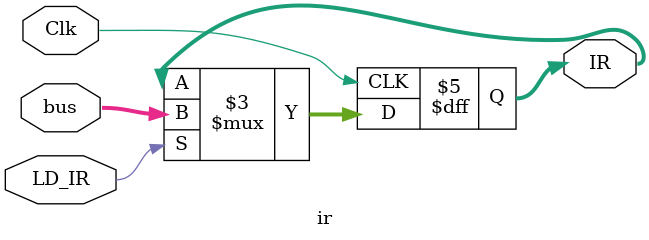
<source format=sv>
module ir(
	input logic			Clk,
	input logic			LD_IR,
	input logic [15:0]	bus,
	output logic [15:0]	IR
);

	//Just a 16 bit register with load enable from the bus to be used as IR
	always_ff @(posedge Clk)
	begin
		if(LD_IR)
			IR <= bus;
		else
			IR <= IR;
	end

endmodule
</source>
